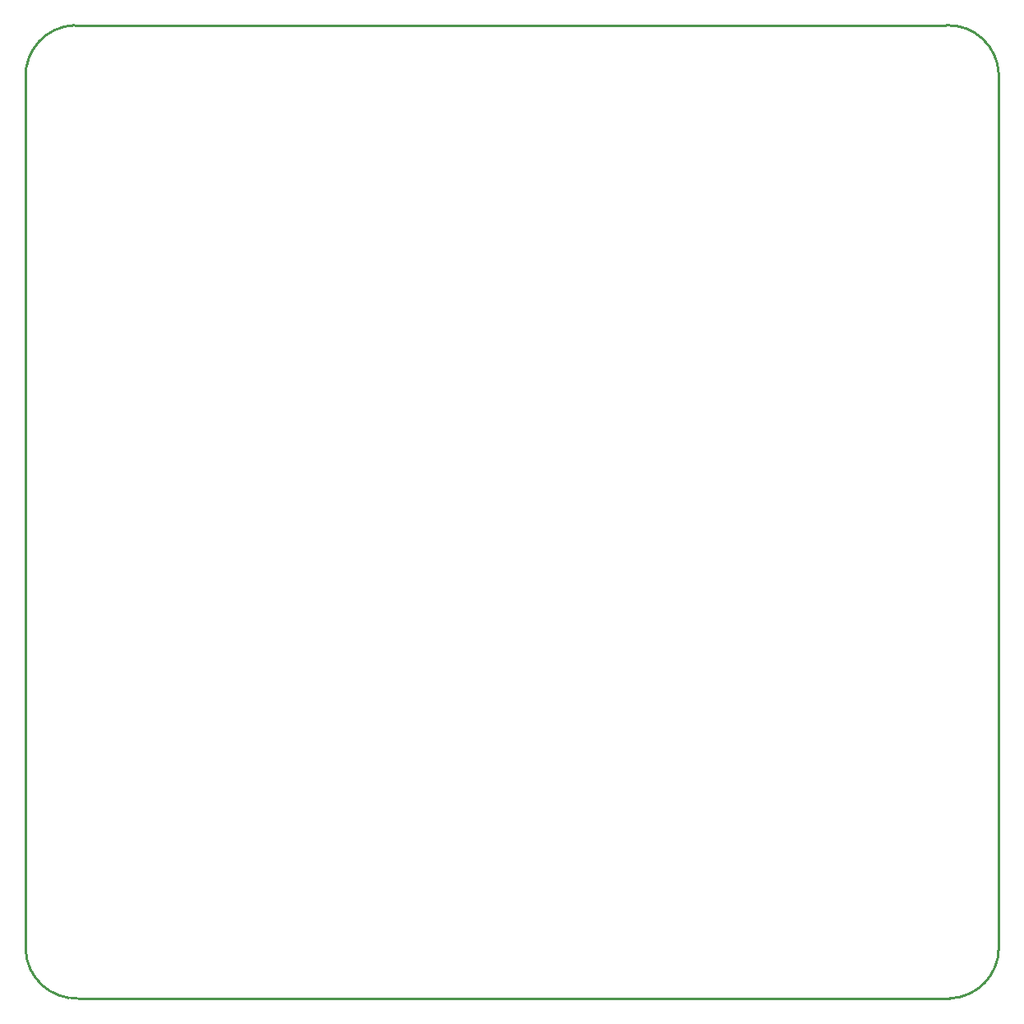
<source format=gm1>
G04*
G04 #@! TF.GenerationSoftware,Altium Limited,Altium Designer,21.1.1 (26)*
G04*
G04 Layer_Color=16711935*
%FSLAX25Y25*%
%MOIN*%
G70*
G04*
G04 #@! TF.SameCoordinates,1DE770B5-5229-4C7E-BA00-58D6BC8AB395*
G04*
G04*
G04 #@! TF.FilePolarity,Positive*
G04*
G01*
G75*
%ADD10C,0.01000*%
D10*
X394200Y374400D02*
G03*
X394200Y374419I-500J0D01*
G01*
X394200Y374400D02*
G03*
X394200Y374419I-500J0D01*
G01*
D02*
G03*
X372891Y394200I-20550J-769D01*
G01*
X394200Y374392D02*
G03*
X394200Y374400I-500J8D01*
G01*
X394200Y374392D02*
G03*
X394200Y374400I-500J8D01*
G01*
X394214Y20050D02*
G03*
X394200Y20810I-20564J0D01*
G01*
X374419Y-500D02*
G03*
X394214Y20050I-769J20550D01*
G01*
X374400Y-500D02*
G03*
X374419Y-500I0J500D01*
G01*
X374400Y-500D02*
G03*
X374419Y-500I0J500D01*
G01*
X19306Y394200D02*
G03*
X19281Y394200I-6J-500D01*
G01*
X19306Y394200D02*
G03*
X19281Y394200I-6J-500D01*
G01*
D02*
G03*
X-500Y372892I769J-20550D01*
G01*
X-500Y19277D02*
G03*
X20808Y-500I20550J773D01*
G01*
X-500Y19281D02*
G03*
X-500Y19277I20550J769D01*
G01*
X-500Y19300D02*
G03*
X-500Y19281I500J0D01*
G01*
X-500Y19300D02*
G03*
X-500Y19277I500J0D01*
G01*
X394200Y374392D02*
Y374400D01*
Y374392D02*
X394200Y20810D01*
X19306Y394200D02*
X372891D01*
X19300D02*
X19306D01*
X20808Y-500D02*
X374400Y-500D01*
X-500Y372892D02*
X-500Y19300D01*
M02*

</source>
